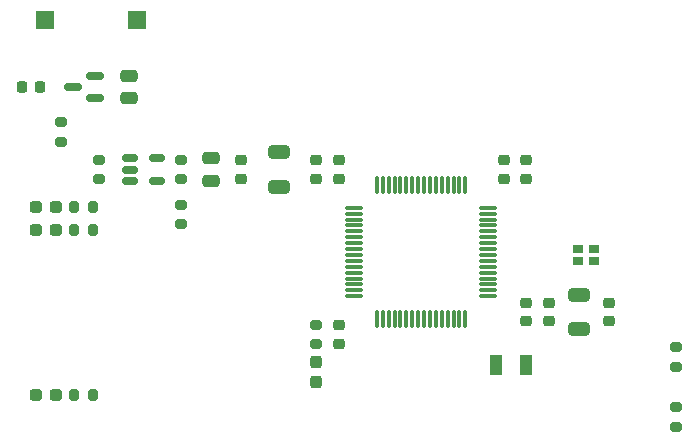
<source format=gbr>
%TF.GenerationSoftware,KiCad,Pcbnew,(6.0.2)*%
%TF.CreationDate,2022-02-18T18:14:02-05:00*%
%TF.ProjectId,EFM32TG11-Core,45464d33-3254-4473-9131-2d436f72652e,rev?*%
%TF.SameCoordinates,Original*%
%TF.FileFunction,Paste,Top*%
%TF.FilePolarity,Positive*%
%FSLAX46Y46*%
G04 Gerber Fmt 4.6, Leading zero omitted, Abs format (unit mm)*
G04 Created by KiCad (PCBNEW (6.0.2)) date 2022-02-18 18:14:02*
%MOMM*%
%LPD*%
G01*
G04 APERTURE LIST*
G04 Aperture macros list*
%AMRoundRect*
0 Rectangle with rounded corners*
0 $1 Rounding radius*
0 $2 $3 $4 $5 $6 $7 $8 $9 X,Y pos of 4 corners*
0 Add a 4 corners polygon primitive as box body*
4,1,4,$2,$3,$4,$5,$6,$7,$8,$9,$2,$3,0*
0 Add four circle primitives for the rounded corners*
1,1,$1+$1,$2,$3*
1,1,$1+$1,$4,$5*
1,1,$1+$1,$6,$7*
1,1,$1+$1,$8,$9*
0 Add four rect primitives between the rounded corners*
20,1,$1+$1,$2,$3,$4,$5,0*
20,1,$1+$1,$4,$5,$6,$7,0*
20,1,$1+$1,$6,$7,$8,$9,0*
20,1,$1+$1,$8,$9,$2,$3,0*%
G04 Aperture macros list end*
%ADD10RoundRect,0.225000X-0.250000X0.225000X-0.250000X-0.225000X0.250000X-0.225000X0.250000X0.225000X0*%
%ADD11RoundRect,0.218750X0.256250X-0.218750X0.256250X0.218750X-0.256250X0.218750X-0.256250X-0.218750X0*%
%ADD12RoundRect,0.200000X0.200000X0.275000X-0.200000X0.275000X-0.200000X-0.275000X0.200000X-0.275000X0*%
%ADD13R,0.900000X0.800000*%
%ADD14RoundRect,0.237500X0.237500X-0.287500X0.237500X0.287500X-0.237500X0.287500X-0.237500X-0.287500X0*%
%ADD15RoundRect,0.250000X-0.475000X0.250000X-0.475000X-0.250000X0.475000X-0.250000X0.475000X0.250000X0*%
%ADD16RoundRect,0.250000X-0.650000X0.325000X-0.650000X-0.325000X0.650000X-0.325000X0.650000X0.325000X0*%
%ADD17RoundRect,0.200000X-0.275000X0.200000X-0.275000X-0.200000X0.275000X-0.200000X0.275000X0.200000X0*%
%ADD18RoundRect,0.237500X-0.287500X-0.237500X0.287500X-0.237500X0.287500X0.237500X-0.287500X0.237500X0*%
%ADD19RoundRect,0.075000X0.075000X-0.662500X0.075000X0.662500X-0.075000X0.662500X-0.075000X-0.662500X0*%
%ADD20RoundRect,0.075000X0.662500X-0.075000X0.662500X0.075000X-0.662500X0.075000X-0.662500X-0.075000X0*%
%ADD21RoundRect,0.150000X-0.512500X-0.150000X0.512500X-0.150000X0.512500X0.150000X-0.512500X0.150000X0*%
%ADD22R,1.000000X1.800000*%
%ADD23RoundRect,0.225000X0.250000X-0.225000X0.250000X0.225000X-0.250000X0.225000X-0.250000X-0.225000X0*%
%ADD24RoundRect,0.150000X0.587500X0.150000X-0.587500X0.150000X-0.587500X-0.150000X0.587500X-0.150000X0*%
%ADD25RoundRect,0.200000X0.275000X-0.200000X0.275000X0.200000X-0.275000X0.200000X-0.275000X-0.200000X0*%
%ADD26R,1.500000X1.500000*%
%ADD27RoundRect,0.218750X-0.218750X-0.256250X0.218750X-0.256250X0.218750X0.256250X-0.218750X0.256250X0*%
G04 APERTURE END LIST*
D10*
%TO.C,C9*%
X168910000Y-105905000D03*
X168910000Y-107455000D03*
%TD*%
D11*
%TO.C,FB1*%
X144780000Y-95402500D03*
X144780000Y-93827500D03*
%TD*%
D12*
%TO.C,R7*%
X132270000Y-113665000D03*
X130620000Y-113665000D03*
%TD*%
D13*
%TO.C,Y2*%
X174690000Y-101304000D03*
X173290000Y-101304000D03*
X173290000Y-102404000D03*
X174690000Y-102404000D03*
%TD*%
D10*
%TO.C,C10*%
X170815000Y-105905000D03*
X170815000Y-107455000D03*
%TD*%
D14*
%TO.C,D4*%
X151130000Y-112635000D03*
X151130000Y-110885000D03*
%TD*%
D15*
%TO.C,C1*%
X135255000Y-86680000D03*
X135255000Y-88580000D03*
%TD*%
D16*
%TO.C,C8*%
X173355000Y-105205000D03*
X173355000Y-108155000D03*
%TD*%
D17*
%TO.C,R5*%
X129540000Y-90615000D03*
X129540000Y-92265000D03*
%TD*%
%TO.C,R10*%
X181610000Y-109665000D03*
X181610000Y-111315000D03*
%TD*%
D18*
%TO.C,D2*%
X127395000Y-99695000D03*
X129145000Y-99695000D03*
%TD*%
%TO.C,D3*%
X127395000Y-113665000D03*
X129145000Y-113665000D03*
%TD*%
D17*
%TO.C,R8*%
X151130000Y-107760000D03*
X151130000Y-109410000D03*
%TD*%
D19*
%TO.C,U2*%
X156270000Y-107262500D03*
X156770000Y-107262500D03*
X157270000Y-107262500D03*
X157770000Y-107262500D03*
X158270000Y-107262500D03*
X158770000Y-107262500D03*
X159270000Y-107262500D03*
X159770000Y-107262500D03*
X160270000Y-107262500D03*
X160770000Y-107262500D03*
X161270000Y-107262500D03*
X161770000Y-107262500D03*
X162270000Y-107262500D03*
X162770000Y-107262500D03*
X163270000Y-107262500D03*
X163770000Y-107262500D03*
D20*
X165682500Y-105350000D03*
X165682500Y-104850000D03*
X165682500Y-104350000D03*
X165682500Y-103850000D03*
X165682500Y-103350000D03*
X165682500Y-102850000D03*
X165682500Y-102350000D03*
X165682500Y-101850000D03*
X165682500Y-101350000D03*
X165682500Y-100850000D03*
X165682500Y-100350000D03*
X165682500Y-99850000D03*
X165682500Y-99350000D03*
X165682500Y-98850000D03*
X165682500Y-98350000D03*
X165682500Y-97850000D03*
D19*
X163770000Y-95937500D03*
X163270000Y-95937500D03*
X162770000Y-95937500D03*
X162270000Y-95937500D03*
X161770000Y-95937500D03*
X161270000Y-95937500D03*
X160770000Y-95937500D03*
X160270000Y-95937500D03*
X159770000Y-95937500D03*
X159270000Y-95937500D03*
X158770000Y-95937500D03*
X158270000Y-95937500D03*
X157770000Y-95937500D03*
X157270000Y-95937500D03*
X156770000Y-95937500D03*
X156270000Y-95937500D03*
D20*
X154357500Y-97850000D03*
X154357500Y-98350000D03*
X154357500Y-98850000D03*
X154357500Y-99350000D03*
X154357500Y-99850000D03*
X154357500Y-100350000D03*
X154357500Y-100850000D03*
X154357500Y-101350000D03*
X154357500Y-101850000D03*
X154357500Y-102350000D03*
X154357500Y-102850000D03*
X154357500Y-103350000D03*
X154357500Y-103850000D03*
X154357500Y-104350000D03*
X154357500Y-104850000D03*
X154357500Y-105350000D03*
%TD*%
D17*
%TO.C,R3*%
X139700000Y-93790000D03*
X139700000Y-95440000D03*
%TD*%
D21*
%TO.C,U1*%
X135387500Y-93665000D03*
X135387500Y-94615000D03*
X135387500Y-95565000D03*
X137662500Y-95565000D03*
X137662500Y-93665000D03*
%TD*%
D22*
%TO.C,Y1*%
X168890000Y-111125000D03*
X166390000Y-111125000D03*
%TD*%
D10*
%TO.C,C7*%
X153035000Y-107810000D03*
X153035000Y-109360000D03*
%TD*%
D16*
%TO.C,C3*%
X147955000Y-93140000D03*
X147955000Y-96090000D03*
%TD*%
D15*
%TO.C,C2*%
X142240000Y-93665000D03*
X142240000Y-95565000D03*
%TD*%
D12*
%TO.C,R2*%
X132270000Y-97790000D03*
X130620000Y-97790000D03*
%TD*%
D18*
%TO.C,D1*%
X127395000Y-97790000D03*
X129145000Y-97790000D03*
%TD*%
D23*
%TO.C,C4*%
X168910000Y-95390000D03*
X168910000Y-93840000D03*
%TD*%
%TO.C,C5*%
X151130000Y-95390000D03*
X151130000Y-93840000D03*
%TD*%
D11*
%TO.C,FB2*%
X175895000Y-107467500D03*
X175895000Y-105892500D03*
%TD*%
D24*
%TO.C,Q1*%
X132382500Y-88580000D03*
X132382500Y-86680000D03*
X130507500Y-87630000D03*
%TD*%
D23*
%TO.C,C11*%
X153035000Y-95390000D03*
X153035000Y-93840000D03*
%TD*%
%TO.C,C6*%
X167005000Y-95390000D03*
X167005000Y-93840000D03*
%TD*%
D25*
%TO.C,R9*%
X181610000Y-116395000D03*
X181610000Y-114745000D03*
%TD*%
D17*
%TO.C,R6*%
X139700000Y-97600000D03*
X139700000Y-99250000D03*
%TD*%
D26*
%TO.C,SW1*%
X128180000Y-81915000D03*
X135980000Y-81915000D03*
%TD*%
D17*
%TO.C,R1*%
X132715000Y-93790000D03*
X132715000Y-95440000D03*
%TD*%
D27*
%TO.C,F1*%
X126212500Y-87630000D03*
X127787500Y-87630000D03*
%TD*%
D12*
%TO.C,R4*%
X132270000Y-99695000D03*
X130620000Y-99695000D03*
%TD*%
M02*

</source>
